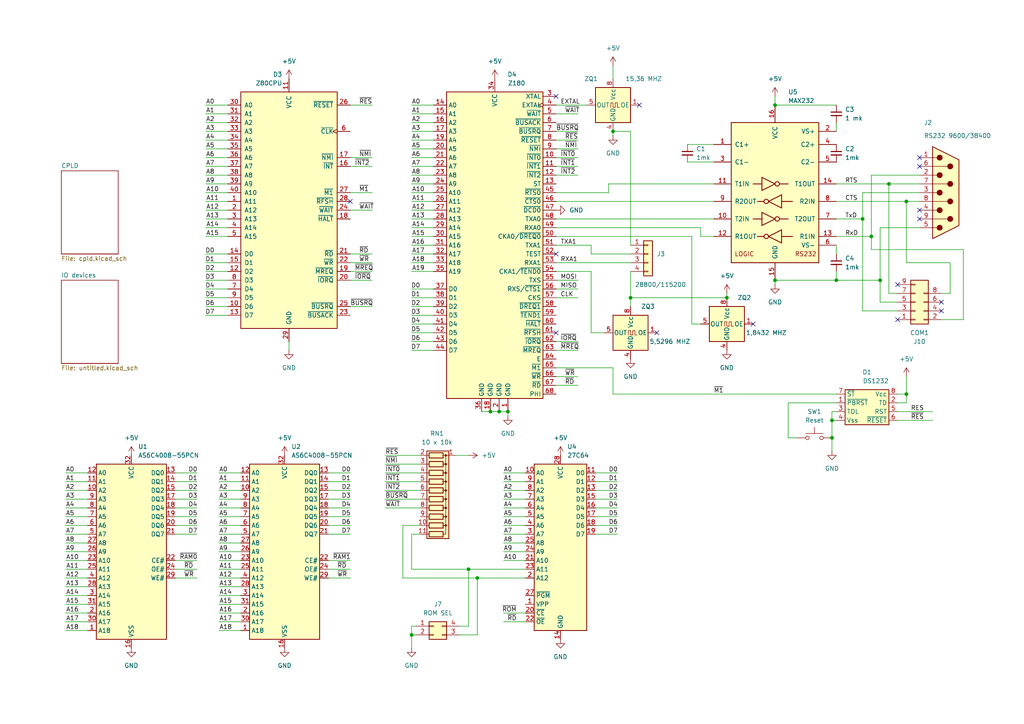
<source format=kicad_sch>
(kicad_sch (version 20230121) (generator eeschema)
  (paper "A4")
  (title_block (title "Orion-M") (date "2023-11-16") (comment 2 "Eugene Po"))
  (lib_symbols
    (symbol "CPU:Z180CPU"
      (property "Reference" "D4" (at 1.9559 34.29 0))
      (property "Value" "Z180" (at 0 0 0))
      (symbol "Z180CPU_1_1"
        (pin power_in line (at -3.81 -60.96 90) (length 3.81) (name "GND") (number "1"))
        (pin input line (at -17.78 12.7 0) (length 3.81) (name "~{INT0}") (number "10"))
        (pin input line (at -17.78 10.16 0) (length 3.81) (name "~{INT1}") (number "11"))
        (pin input line (at -17.78 7.62 0) (length 3.81) (name "~{INT2}") (number "12"))
        (pin output line (at -17.78 5.08 0) (length 3.81) (name "ST") (number "13"))
        (pin output line (at 17.78 27.94 180) (length 3.81) (name "A0") (number "14"))
        (pin output line (at 17.78 25.4 180) (length 3.81) (name "A1") (number "15"))
        (pin output line (at 17.78 22.86 180) (length 3.81) (name "A2") (number "16"))
        (pin output line (at 17.78 20.32 180) (length 3.81) (name "A3") (number "17"))
        (pin power_in line (at 1.27 -60.96 90) (length 3.81) (name "GND") (number "18"))
        (pin output line (at 17.78 17.78 180) (length 3.81) (name "A4") (number "19"))
        (pin power_in line (at -1.27 -60.96 90) (length 3.81) (name "GND") (number "2"))
        (pin output line (at 17.78 15.24 180) (length 3.81) (name "A5") (number "20"))
        (pin output line (at 17.78 12.7 180) (length 3.81) (name "A6") (number "21"))
        (pin output line (at 17.78 10.16 180) (length 3.81) (name "A7") (number "22"))
        (pin output line (at 17.78 7.62 180) (length 3.81) (name "A8") (number "23"))
        (pin output line (at 17.78 5.08 180) (length 3.81) (name "A9") (number "24"))
        (pin output line (at 17.78 2.54 180) (length 3.81) (name "A10") (number "25"))
        (pin output line (at 17.78 0 180) (length 3.81) (name "A11") (number "26"))
        (pin output line (at 17.78 -2.54 180) (length 3.81) (name "A12") (number "27"))
        (pin output line (at 17.78 -5.08 180) (length 3.81) (name "A13") (number "28"))
        (pin output line (at 17.78 -7.62 180) (length 3.81) (name "A14") (number "29"))
        (pin input line (at -17.78 30.48 0) (length 3.81) (name "XTAL") (number "3"))
        (pin output line (at 17.78 -10.16 180) (length 3.81) (name "A15") (number "30"))
        (pin output line (at 17.78 -12.7 180) (length 3.81) (name "A16") (number "31"))
        (pin output line (at 17.78 -15.24 180) (length 3.81) (name "A17") (number "32"))
        (pin output line (at 17.78 -17.78 180) (length 3.81) (name "A18") (number "33"))
        (pin power_in line (at 0 35.56 270) (length 3.81) (name "VCC") (number "34"))
        (pin output line (at 17.78 -20.32 180) (length 3.81) (name "A19") (number "35"))
        (pin power_in line (at 3.81 -60.96 90) (length 3.81) (name "GND") (number "36"))
        (pin bidirectional line (at 17.78 -25.4 180) (length 3.81) (name "D0") (number "37"))
        (pin bidirectional line (at 17.78 -27.94 180) (length 3.81) (name "D1") (number "38"))
        (pin bidirectional line (at 17.78 -30.48 180) (length 3.81) (name "D2") (number "39"))
        (pin input clock (at -17.78 27.94 0) (length 3.81) (name "EXTAL") (number "4"))
        (pin bidirectional line (at 17.78 -33.02 180) (length 3.81) (name "D3") (number "40"))
        (pin bidirectional line (at 17.78 -35.56 180) (length 3.81) (name "D4") (number "41"))
        (pin bidirectional line (at 17.78 -38.1 180) (length 3.81) (name "D5") (number "42"))
        (pin bidirectional line (at 17.78 -40.64 180) (length 3.81) (name "D6") (number "43"))
        (pin bidirectional line (at 17.78 -43.18 180) (length 3.81) (name "D7") (number "44"))
        (pin output line (at -17.78 2.54 0) (length 3.81) (name "~{RTS0}") (number "45"))
        (pin input line (at -17.78 0 0) (length 3.81) (name "~{CTS0}") (number "46"))
        (pin input line (at -17.78 -2.54 0) (length 3.81) (name "~{DCD0}") (number "47"))
        (pin output line (at -17.78 -5.08 0) (length 3.81) (name "TXA0") (number "48"))
        (pin input line (at -17.78 -7.62 0) (length 3.81) (name "RXA0") (number "49"))
        (pin input line (at -17.78 25.4 0) (length 3.81) (name "~{WAIT}") (number "5"))
        (pin input line (at -17.78 -10.16 0) (length 3.81) (name "CKA0/~{DREQ0}") (number "50"))
        (pin output line (at -17.78 -12.7 0) (length 3.81) (name "TXA1") (number "51"))
        (pin output line (at -17.78 -15.24 0) (length 3.81) (name "TEST") (number "52"))
        (pin input line (at -17.78 -17.78 0) (length 3.81) (name "RXA1") (number "53"))
        (pin input line (at -17.78 -20.32 0) (length 3.81) (name "CKA1/~{TEND0}") (number "54"))
        (pin output line (at -17.78 -22.86 0) (length 3.81) (name "TXS") (number "55"))
        (pin input line (at -17.78 -25.4 0) (length 3.81) (name "RXS/~{CTS1}") (number "56"))
        (pin bidirectional line (at -17.78 -27.94 0) (length 3.81) (name "CKS") (number "57"))
        (pin input line (at -17.78 -30.48 0) (length 3.81) (name "~{DREQ1}") (number "58"))
        (pin output line (at -17.78 -33.02 0) (length 3.81) (name "~{TEND1}") (number "59"))
        (pin output line (at -17.78 22.86 0) (length 3.81) (name "~{BUSACK}") (number "6"))
        (pin output line (at -17.78 -35.56 0) (length 3.81) (name "~{HALT}") (number "60"))
        (pin output line (at -17.78 -38.1 0) (length 3.81) (name "~{RFSH}") (number "61"))
        (pin output line (at -17.78 -40.64 0) (length 3.81) (name "~{IORQ}") (number "62"))
        (pin output line (at -17.78 -43.18 0) (length 3.81) (name "~{MREQ}") (number "63"))
        (pin output line (at -17.78 -45.72 0) (length 3.81) (name "E") (number "64"))
        (pin output line (at -17.78 -48.26 0) (length 3.81) (name "~{M1}") (number "65"))
        (pin output line (at -17.78 -50.8 0) (length 3.81) (name "~{WR}") (number "66"))
        (pin output line (at -17.78 -53.34 0) (length 3.81) (name "~{RD}") (number "67"))
        (pin output line (at -17.78 -55.88 0) (length 3.81) (name "PHI") (number "68"))
        (pin input line (at -17.78 20.32 0) (length 3.81) (name "~{BUSRQ}") (number "7"))
        (pin input line (at -17.78 17.78 0) (length 3.81) (name "~{RESET}") (number "8"))
        (pin input line (at -17.78 15.24 0) (length 3.81) (name "~{NMI}") (number "9"))
      )
    )
    (symbol "CPU:Z80CPU" (pin_names (offset 1.016))
      (property "Reference" "U" (at -13.97 35.56 0))
      (property "Value" "Z80CPU" (at 6.35 35.56 0))
      (symbol "Z80CPU_1_1"
        (pin output line (at 17.78 2.54 180) (length 3.81) (name "A11") (number "1"))
        (pin bidirectional line (at 17.78 -27.94 180) (length 3.81) (name "D6") (number "10"))
        (pin power_in line (at 0 38.1 270) (length 3.81) (name "VCC") (number "11"))
        (pin bidirectional line (at 17.78 -17.78 180) (length 3.81) (name "D2") (number "12"))
        (pin bidirectional line (at 17.78 -30.48 180) (length 3.81) (name "D7") (number "13"))
        (pin bidirectional line (at 17.78 -12.7 180) (length 3.81) (name "D0") (number "14"))
        (pin bidirectional line (at 17.78 -15.24 180) (length 3.81) (name "D1") (number "15"))
        (pin input line (at -17.78 12.7 0) (length 3.81) (name "~{INT}") (number "16"))
        (pin input line (at -17.78 15.24 0) (length 3.81) (name "~{NMI}") (number "17"))
        (pin output line (at -17.78 -2.54 0) (length 3.81) (name "~{HALT}") (number "18"))
        (pin output line (at -17.78 -17.78 0) (length 3.81) (name "~{MREQ}") (number "19"))
        (pin output line (at 17.78 0 180) (length 3.81) (name "A12") (number "2"))
        (pin output line (at -17.78 -20.32 0) (length 3.81) (name "~{IORQ}") (number "20"))
        (pin output line (at -17.78 -12.7 0) (length 3.81) (name "~{RD}") (number "21"))
        (pin output line (at -17.78 -15.24 0) (length 3.81) (name "~{WR}") (number "22"))
        (pin output line (at -17.78 -30.48 0) (length 3.81) (name "~{BUSACK}") (number "23"))
        (pin input line (at -17.78 0 0) (length 3.81) (name "~{WAIT}") (number "24"))
        (pin input line (at -17.78 -27.94 0) (length 3.81) (name "~{BUSRQ}") (number "25"))
        (pin input line (at -17.78 30.48 0) (length 3.81) (name "~{RESET}") (number "26"))
        (pin output line (at -17.78 5.08 0) (length 3.81) (name "~{M1}") (number "27"))
        (pin output line (at -17.78 2.54 0) (length 3.81) (name "~{RFSH}") (number "28"))
        (pin power_in line (at 0 -38.1 90) (length 3.81) (name "GND") (number "29"))
        (pin output line (at 17.78 -2.54 180) (length 3.81) (name "A13") (number "3"))
        (pin output line (at 17.78 30.48 180) (length 3.81) (name "A0") (number "30"))
        (pin output line (at 17.78 27.94 180) (length 3.81) (name "A1") (number "31"))
        (pin output line (at 17.78 25.4 180) (length 3.81) (name "A2") (number "32"))
        (pin output line (at 17.78 22.86 180) (length 3.81) (name "A3") (number "33"))
        (pin output line (at 17.78 20.32 180) (length 3.81) (name "A4") (number "34"))
        (pin output line (at 17.78 17.78 180) (length 3.81) (name "A5") (number "35"))
        (pin output line (at 17.78 15.24 180) (length 3.81) (name "A6") (number "36"))
        (pin output line (at 17.78 12.7 180) (length 3.81) (name "A7") (number "37"))
        (pin output line (at 17.78 10.16 180) (length 3.81) (name "A8") (number "38"))
        (pin output line (at 17.78 7.62 180) (length 3.81) (name "A9") (number "39"))
        (pin output line (at 17.78 -5.08 180) (length 3.81) (name "A14") (number "4"))
        (pin output line (at 17.78 5.08 180) (length 3.81) (name "A10") (number "40"))
        (pin output line (at 17.78 -7.62 180) (length 3.81) (name "A15") (number "5"))
        (pin input clock (at -17.78 22.86 0) (length 3.81) (name "~{CLK}") (number "6"))
        (pin bidirectional line (at 17.78 -22.86 180) (length 3.81) (name "D4") (number "7"))
        (pin bidirectional line (at 17.78 -20.32 180) (length 3.81) (name "D3") (number "8"))
        (pin bidirectional line (at 17.78 -25.4 180) (length 3.81) (name "D5") (number "9"))
      )
    )
    (symbol "Connector:DE9_Plug" (pin_names (offset 1.016) hide)
      (property "Reference" "J" (at 0 13.97 0))
      (property "Value" "DE9_Plug" (at 0 -14.605 0))
      (symbol "DE9_Plug_1_1"
        (pin passive line (at -7.62 -10.16 0) (length 3.81) (name "1") (number "1"))
        (pin passive line (at -7.62 -5.08 0) (length 3.81) (name "2") (number "2"))
        (pin passive line (at -7.62 0 0) (length 3.81) (name "3") (number "3"))
        (pin passive line (at -7.62 5.08 0) (length 3.81) (name "4") (number "4"))
        (pin passive line (at -7.62 10.16 0) (length 3.81) (name "5") (number "5"))
        (pin passive line (at -7.62 -7.62 0) (length 3.81) (name "6") (number "6"))
        (pin passive line (at -7.62 -2.54 0) (length 3.81) (name "7") (number "7"))
        (pin passive line (at -7.62 2.54 0) (length 3.81) (name "8") (number "8"))
        (pin passive line (at -7.62 7.62 0) (length 3.81) (name "9") (number "9"))
      )
    )
    (symbol "Connector_Generic:Conn_01x04" (pin_names (offset 1.016) hide)
      (property "Reference" "J" (at 0 5.08 0))
      (property "Value" "Conn_01x04" (at 0 -7.62 0))
      (symbol "Conn_01x04_1_1"
        (pin passive line (at -5.08 2.54 0) (length 3.81) (name "Pin_1") (number "1"))
        (pin passive line (at -5.08 0 0) (length 3.81) (name "Pin_2") (number "2"))
        (pin passive line (at -5.08 -2.54 0) (length 3.81) (name "Pin_3") (number "3"))
        (pin passive line (at -5.08 -5.08 0) (length 3.81) (name "Pin_4") (number "4"))
      )
    )
    (symbol "Connector_Generic:Conn_02x02_Counter_Clockwise" (pin_names (offset 1.016) hide)
      (property "Reference" "J" (at 1.27 2.54 0))
      (property "Value" "Conn_02x02_Counter_Clockwise" (at 1.27 -5.08 0))
      (symbol "Conn_02x02_Counter_Clockwise_1_1"
        (pin passive line (at -5.08 0 0) (length 3.81) (name "Pin_1") (number "1"))
        (pin passive line (at -5.08 -2.54 0) (length 3.81) (name "Pin_2") (number "2"))
        (pin passive line (at 7.62 -2.54 180) (length 3.81) (name "Pin_3") (number "3"))
        (pin passive line (at 7.62 0 180) (length 3.81) (name "Pin_4") (number "4"))
      )
    )
    (symbol "Connector_Generic:Conn_02x05_Odd_Even" (pin_names (offset 1.016) hide)
      (property "Reference" "J10" (at 1.27 11.43 0))
      (property "Value" "Conn_02x05_Odd_Even" (at 1.27 8.89 0))
      (symbol "Conn_02x05_Odd_Even_1_1"
        (pin passive line (at -5.08 5.08 0) (length 3.81) (name "Pin_1") (number "1"))
        (pin passive line (at 7.62 5.08 180) (length 3.81) (name "Pin_2") (number "2"))
        (pin passive line (at -5.08 2.54 0) (length 3.81) (name "Pin_3") (number "3"))
        (pin passive line (at 7.62 2.54 180) (length 3.81) (name "Pin_4") (number "4"))
        (pin passive line (at -5.08 0 0) (length 3.81) (name "Pin_5") (number "5"))
        (pin passive line (at 7.62 0 180) (length 3.81) (name "Pin_6") (number "6"))
        (pin passive line (at -5.08 -2.54 0) (length 3.81) (name "Pin_7") (number "7"))
        (pin passive line (at 7.62 -2.54 180) (length 3.81) (name "Pin_8") (number "8"))
        (pin passive line (at -5.08 -5.08 0) (length 3.81) (name "Pin_9") (number "9"))
      )
    )
    (symbol "Device:C_Small" (pin_numbers hide) (pin_names (offset 0.254) hide)
      (property "Reference" "C" (at 0.254 1.778 0))
      (property "Value" "C_Small" (at 0.254 -2.032 0))
      (symbol "C_Small_1_1"
        (pin passive line (at 0 2.54 270) (length 2.032) (name "~") (number "1"))
        (pin passive line (at 0 -2.54 90) (length 2.032) (name "~") (number "2"))
      )
    )
    (symbol "Device:R_Network10" (pin_names (offset 0) hide)
      (property "Reference" "RN" (at -15.24 0 90))
      (property "Value" "R_Network10" (at 12.7 0 90))
      (symbol "R_Network10_1_1"
        (pin passive line (at -12.7 5.08 270) (length 2.54) (name "common") (number "1"))
        (pin passive line (at 7.62 -5.08 90) (length 1.27) (name "R9") (number "10"))
        (pin passive line (at 10.16 -5.08 90) (length 1.27) (name "R10") (number "11"))
        (pin passive line (at -12.7 -5.08 90) (length 1.27) (name "R1") (number "2"))
        (pin passive line (at -10.16 -5.08 90) (length 1.27) (name "R2") (number "3"))
        (pin passive line (at -7.62 -5.08 90) (length 1.27) (name "R3") (number "4"))
        (pin passive line (at -5.08 -5.08 90) (length 1.27) (name "R4") (number "5"))
        (pin passive line (at -2.54 -5.08 90) (length 1.27) (name "R5") (number "6"))
        (pin passive line (at 0 -5.08 90) (length 1.27) (name "R6") (number "7"))
        (pin passive line (at 2.54 -5.08 90) (length 1.27) (name "R7") (number "8"))
        (pin passive line (at 5.08 -5.08 90) (length 1.27) (name "R8") (number "9"))
      )
    )
    (symbol "Interface_UART:MAX232" (pin_names (offset 1.016))
      (property "Reference" "U5" (at 3.81 24.13 0))
      (property "Value" "MAX232" (at 3.81 21.59 0))
      (symbol "MAX232_0_0"
        (text "LOGIC" (at -8.89 -22.86 0) (effects (font (size 1.27 1.27))))
        (text "RS232" (at 8.89 -22.86 0) (effects (font (size 1.27 1.27))))
      )
      (symbol "MAX232_1_1"
        (pin passive line (at -17.78 8.89 0) (length 5.08) (name "C1+") (number "1"))
        (pin input line (at -17.78 -12.7 0) (length 5.08) (name "T2IN") (number "10"))
        (pin input line (at -17.78 -2.54 0) (length 5.08) (name "T1IN") (number "11"))
        (pin output line (at -17.78 -17.78 0) (length 5.08) (name "R1OUT") (number "12"))
        (pin input line (at 17.78 -17.78 180) (length 5.08) (name "R1IN") (number "13"))
        (pin output line (at 17.78 -2.54 180) (length 5.08) (name "T1OUT") (number "14"))
        (pin power_in line (at 0 -30.48 90) (length 5.08) (name "GND") (number "15"))
        (pin power_in line (at 0 20.32 270) (length 5.08) (name "VCC") (number "16"))
        (pin power_out line (at 17.78 12.7 180) (length 5.08) (name "VS+") (number "2"))
        (pin passive line (at -17.78 3.81 0) (length 5.08) (name "C1-") (number "3"))
        (pin passive line (at 17.78 8.89 180) (length 5.08) (name "C2+") (number "4"))
        (pin passive line (at 17.78 3.81 180) (length 5.08) (name "C2-") (number "5"))
        (pin power_out line (at 17.78 -20.32 180) (length 5.08) (name "VS-") (number "6"))
        (pin output line (at 17.78 -12.7 180) (length 5.08) (name "T2OUT") (number "7"))
        (pin input line (at 17.78 -7.62 180) (length 5.08) (name "R2IN") (number "8"))
        (pin output line (at -17.78 -7.62 0) (length 5.08) (name "R2OUT") (number "9"))
      )
    )
    (symbol "Memory_EPROM:27C64"
      (property "Reference" "U" (at -6.35 25.4 0))
      (property "Value" "27C64" (at 3.81 24.13 0))
      (symbol "27C64_1_1"
        (pin input line (at -10.16 -20.32 0) (length 2.54) (name "VPP") (number "1"))
        (pin input line (at -10.16 17.78 0) (length 2.54) (name "A0") (number "10"))
        (pin tri_state line (at 10.16 17.78 180) (length 2.54) (name "D0") (number "11"))
        (pin tri_state line (at 10.16 15.24 180) (length 2.54) (name "D1") (number "12"))
        (pin tri_state line (at 10.16 12.7 180) (length 2.54) (name "D2") (number "13"))
        (pin power_in line (at 0 -30.48 90) (length 2.54) (name "GND") (number "14"))
        (pin tri_state line (at 10.16 10.16 180) (length 2.54) (name "D3") (number "15"))
        (pin tri_state line (at 10.16 7.62 180) (length 2.54) (name "D4") (number "16"))
        (pin tri_state line (at 10.16 5.08 180) (length 2.54) (name "D5") (number "17"))
        (pin tri_state line (at 10.16 2.54 180) (length 2.54) (name "D6") (number "18"))
        (pin tri_state line (at 10.16 0 180) (length 2.54) (name "D7") (number "19"))
        (pin input line (at -10.16 -12.7 0) (length 2.54) (name "A12") (number "2"))
        (pin input line (at -10.16 -22.86 0) (length 2.54) (name "~{CE}") (number "20"))
        (pin input line (at -10.16 -7.62 0) (length 2.54) (name "A10") (number "21"))
        (pin input line (at -10.16 -25.4 0) (length 2.54) (name "~{OE}") (number "22"))
        (pin input line (at -10.16 -10.16 0) (length 2.54) (name "A11") (number "23"))
        (pin input line (at -10.16 -5.08 0) (length 2.54) (name "A9") (number "24"))
        (pin input line (at -10.16 -2.54 0) (length 2.54) (name "A8") (number "25"))
        (pin no_connect line (at 7.62 -2.54 180) (length 2.54) hide (name "NC") (number "26"))
        (pin input line (at -10.16 -17.78 0) (length 2.54) (name "~{PGM}") (number "27"))
        (pin power_in line (at 0 22.86 270) (length 2.54) (name "VCC") (number "28"))
        (pin input line (at -10.16 0 0) (length 2.54) (name "A7") (number "3"))
        (pin input line (at -10.16 2.54 0) (length 2.54) (name "A6") (number "4"))
        (pin input line (at -10.16 5.08 0) (length 2.54) (name "A5") (number "5"))
        (pin input line (at -10.16 7.62 0) (length 2.54) (name "A4") (number "6"))
        (pin input line (at -10.16 10.16 0) (length 2.54) (name "A3") (number "7"))
        (pin input line (at -10.16 12.7 0) (length 2.54) (name "A2") (number "8"))
        (pin input line (at -10.16 15.24 0) (length 2.54) (name "A1") (number "9"))
      )
    )
    (symbol "Memory_RAM:AS6C4008-55PCN"
      (property "Reference" "U" (at -10.16 26.035 0))
      (property "Value" "AS6C4008-55PCN" (at 2.54 26.035 0))
      (symbol "AS6C4008-55PCN_0_0"
        (pin power_in line (at 0 -27.94 90) (length 2.54) (name "VSS") (number "16"))
        (pin power_in line (at 0 27.94 270) (length 2.54) (name "VCC") (number "32"))
      )
      (symbol "AS6C4008-55PCN_1_1"
        (pin input line (at -12.7 -22.86 0) (length 2.54) (name "A18") (number "1"))
        (pin input line (at -12.7 17.78 0) (length 2.54) (name "A2") (number "10"))
        (pin input line (at -12.7 20.32 0) (length 2.54) (name "A1") (number "11"))
        (pin input line (at -12.7 22.86 0) (length 2.54) (name "A0") (number "12"))
        (pin tri_state line (at 12.7 22.86 180) (length 2.54) (name "DQ0") (number "13"))
        (pin tri_state line (at 12.7 20.32 180) (length 2.54) (name "DQ1") (number "14"))
        (pin tri_state line (at 12.7 17.78 180) (length 2.54) (name "DQ2") (number "15"))
        (pin tri_state line (at 12.7 15.24 180) (length 2.54) (name "DQ3") (number "17"))
        (pin tri_state line (at 12.7 12.7 180) (length 2.54) (name "DQ4") (number "18"))
        (pin tri_state line (at 12.7 10.16 180) (length 2.54) (name "DQ5") (number "19"))
        (pin input line (at -12.7 -17.78 0) (length 2.54) (name "A16") (number "2"))
        (pin tri_state line (at 12.7 7.62 180) (length 2.54) (name "DQ6") (number "20"))
        (pin tri_state line (at 12.7 5.08 180) (length 2.54) (name "DQ7") (number "21"))
        (pin input line (at 12.7 -2.54 180) (length 2.54) (name "CE#") (number "22"))
        (pin input line (at -12.7 -2.54 0) (length 2.54) (name "A10") (number "23"))
        (pin input line (at 12.7 -5.08 180) (length 2.54) (name "OE#") (number "24"))
        (pin input line (at -12.7 -5.08 0) (length 2.54) (name "A11") (number "25"))
        (pin input line (at -12.7 0 0) (length 2.54) (name "A9") (number "26"))
        (pin input line (at -12.7 2.54 0) (length 2.54) (name "A8") (number "27"))
        (pin input line (at -12.7 -10.16 0) (length 2.54) (name "A13") (number "28"))
        (pin input line (at 12.7 -7.62 180) (length 2.54) (name "WE#") (number "29"))
        (pin input line (at -12.7 -12.7 0) (length 2.54) (name "A14") (number "3"))
        (pin input line (at -12.7 -20.32 0) (length 2.54) (name "A17") (number "30"))
        (pin input line (at -12.7 -15.24 0) (length 2.54) (name "A15") (number "31"))
        (pin input line (at -12.7 -7.62 0) (length 2.54) (name "A12") (number "4"))
        (pin input line (at -12.7 5.08 0) (length 2.54) (name "A7") (number "5"))
        (pin input line (at -12.7 7.62 0) (length 2.54) (name "A6") (number "6"))
        (pin input line (at -12.7 10.16 0) (length 2.54) (name "A5") (number "7"))
        (pin input line (at -12.7 12.7 0) (length 2.54) (name "A4") (number "8"))
        (pin input line (at -12.7 15.24 0) (length 2.54) (name "A3") (number "9"))
      )
    )
    (symbol "Oscillator:SG-8002DC" (pin_names (offset 0.254))
      (property "Reference" "X" (at -5.08 6.35 0))
      (property "Value" "SG-8002DC" (at 1.27 -6.35 0))
      (symbol "SG-8002DC_1_1"
        (pin input line (at -7.62 0 0) (length 2.54) (name "OE") (number "1"))
        (pin power_in line (at 0 -7.62 90) (length 2.54) (name "GND") (number "4"))
        (pin output line (at 7.62 0 180) (length 2.54) (name "OUT") (number "5"))
        (pin power_in line (at 0 7.62 270) (length 2.54) (name "Vcc") (number "8"))
      )
    )
    (symbol "Switch:SW_Push" (pin_numbers hide) (pin_names (offset 1.016) hide)
      (property "Reference" "SW" (at 1.27 2.54 0))
      (property "Value" "SW_Push" (at 0 -1.524 0))
      (symbol "SW_Push_0_1"
        (pin passive line (at -5.08 0 0) (length 2.54) (name "1") (number "1"))
        (pin passive line (at 5.08 0 180) (length 2.54) (name "2") (number "2"))
      )
    )
    (symbol "efu_Library:DS1232"
      (property "Reference" "D1" (at 0 10.16 0))
      (property "Value" "DS1232" (at 2.54 7.62 0))
      (symbol "DS1232_1_1"
        (pin input line (at -8.89 1.27 0) (length 2.54) (name "~{PBRST}") (number "1"))
        (pin output line (at 8.89 1.27 180) (length 2.54) (name "TD") (number "2"))
        (pin input line (at -8.89 -1.27 0) (length 2.54) (name "TOL") (number "3"))
        (pin power_out line (at -8.89 -3.81 0) (length 2.54) (name "Vss") (number "4"))
        (pin output line (at 8.89 -1.27 180) (length 2.54) (name "RST") (number "5"))
        (pin output line (at 8.89 -3.81 180) (length 2.54) (name "~{RESET}") (number "6"))
        (pin input line (at -8.89 3.81 0) (length 2.54) (name "~{ST}") (number "7"))
        (pin power_in line (at 8.89 3.81 180) (length 2.54) (name "Vcc") (number "8"))
      )
    )
    (symbol "power:+5V" (power) (pin_names (offset 0))
      (property "Value" "+5V" (at 0 3.556 0))
      (symbol "+5V_1_1"
        (pin power_in line (at 0 0 90) (length 0) hide (name "+5V") (number "1"))
      )
    )
    (symbol "power:GND" (power) (pin_names (offset 0))
      (property "Value" "GND" (at 0 -3.81 0))
      (symbol "GND_1_1"
        (pin power_in line (at 0 0 270) (length 0) hide (name "GND") (number "1"))
      )
    )
  )
  (junction (at 250.19 63.5))
  (junction (at 262.89 114.3))
  (junction (at 142.24 119.38))
  (junction (at 138.43 167.64))
  (junction (at 144.78 119.38))
  (junction (at 224.79 81.28))
  (junction (at 241.3 121.92))
  (junction (at 135.89 165.1))
  (junction (at 182.88 86.36))
  (junction (at 262.89 58.42))
  (junction (at 147.32 119.38))
  (junction (at 242.57 81.28))
  (junction (at 241.3 127))
  (junction (at 177.8 38.1))
  (junction (at 255.27 81.28))
  (junction (at 257.81 53.34))
  (junction (at 252.73 68.58))
  (junction (at 224.79 30.48))
  (junction (at 210.82 86.36))
  (junction (at 119.38 184.15))
  (no_connect (at 218.44 93.98))
  (no_connect (at 190.5 96.52))
  (no_connect (at 161.29 96.52))
  (no_connect (at 185.42 30.48))
  (no_connect (at 161.29 73.66))
  (no_connect (at 266.7 60.96))
  (no_connect (at 273.05 90.17))
  (no_connect (at 273.05 87.63))
  (no_connect (at 161.29 27.94))
  (no_connect (at 266.7 63.5))
  (no_connect (at 266.7 45.72))
  (no_connect (at 260.35 92.71))
  (no_connect (at 260.35 82.55))
  (no_connect (at 101.6 58.42))
  (no_connect (at 266.7 48.26))
  (wire (pts (xy 242.57 71.12) (xy 242.57 73.66)))
  (wire (pts (xy 228.6 116.84) (xy 228.6 127)))
  (wire (pts (xy 266.7 66.04) (xy 255.27 66.04)))
  (wire (pts (xy 177.8 106.68) (xy 161.29 106.68)))
  (wire (pts (xy 66.04 76.2) (xy 59.69 76.2)))
  (wire (pts (xy 95.25 137.16) (xy 101.6 137.16)))
  (wire (pts (xy 199.39 46.99) (xy 207.01 46.99)))
  (wire (pts (xy 125.73 48.26) (xy 119.38 48.26)))
  (wire (pts (xy 95.25 154.94) (xy 101.6 154.94)))
  (wire (pts (xy 101.6 48.26) (xy 107.95 48.26)))
  (wire (pts (xy 171.45 78.74) (xy 161.29 78.74)))
  (wire (pts (xy 161.29 38.1) (xy 167.64 38.1)))
  (wire (pts (xy 242.57 53.34) (xy 257.81 53.34)))
  (wire (pts (xy 125.73 45.72) (xy 119.38 45.72)))
  (wire (pts (xy 50.8 154.94) (xy 57.15 154.94)))
  (wire (pts (xy 273.05 85.09) (xy 275.59 85.09)))
  (wire (pts (xy 111.76 137.16) (xy 121.92 137.16)))
  (wire (pts (xy 138.43 167.64) (xy 138.43 184.15)))
  (wire (pts (xy 69.85 149.86) (xy 63.5 149.86)))
  (wire (pts (xy 133.35 181.61) (xy 135.89 181.61)))
  (wire (pts (xy 279.4 72.39) (xy 252.73 72.39)))
  (wire (pts (xy 125.73 68.58) (xy 119.38 68.58)))
  (wire (pts (xy 69.85 147.32) (xy 63.5 147.32)))
  (wire (pts (xy 203.2 93.98) (xy 200.66 93.98)))
  (wire (pts (xy 161.29 45.72) (xy 167.64 45.72)))
  (wire (pts (xy 138.43 184.15) (xy 133.35 184.15)))
  (wire (pts (xy 161.29 68.58) (xy 200.66 68.58)))
  (wire (pts (xy 152.4 160.02) (xy 146.05 160.02)))
  (wire (pts (xy 101.6 30.48) (xy 107.95 30.48)))
  (wire (pts (xy 66.04 45.72) (xy 59.69 45.72)))
  (wire (pts (xy 66.04 38.1) (xy 59.69 38.1)))
  (wire (pts (xy 242.57 68.58) (xy 252.73 68.58)))
  (wire (pts (xy 69.85 175.26) (xy 63.5 175.26)))
  (wire (pts (xy 182.88 78.74) (xy 182.88 86.36)))
  (wire (pts (xy 147.32 119.38) (xy 144.78 119.38)))
  (wire (pts (xy 152.4 149.86) (xy 146.05 149.86)))
  (wire (pts (xy 125.73 43.18) (xy 119.38 43.18)))
  (wire (pts (xy 66.04 40.64) (xy 59.69 40.64)))
  (wire (pts (xy 142.24 119.38) (xy 139.7 119.38)))
  (wire (pts (xy 101.6 60.96) (xy 107.95 60.96)))
  (wire (pts (xy 241.3 130.81) (xy 241.3 127)))
  (wire (pts (xy 260.35 116.84) (xy 262.89 116.84)))
  (wire (pts (xy 172.72 142.24) (xy 179.07 142.24)))
  (wire (pts (xy 177.8 19.05) (xy 177.8 22.86)))
  (wire (pts (xy 161.29 83.82) (xy 167.64 83.82)))
  (wire (pts (xy 125.73 88.9) (xy 119.38 88.9)))
  (wire (pts (xy 119.38 184.15) (xy 119.38 181.61)))
  (wire (pts (xy 25.4 152.4) (xy 19.05 152.4)))
  (wire (pts (xy 147.32 120.65) (xy 147.32 119.38)))
  (wire (pts (xy 25.4 154.94) (xy 19.05 154.94)))
  (wire (pts (xy 66.04 58.42) (xy 59.69 58.42)))
  (wire (pts (xy 119.38 187.96) (xy 119.38 184.15)))
  (wire (pts (xy 66.04 50.8) (xy 59.69 50.8)))
  (wire (pts (xy 260.35 85.09) (xy 257.81 85.09)))
  (wire (pts (xy 125.73 38.1) (xy 119.38 38.1)))
  (wire (pts (xy 66.04 53.34) (xy 59.69 53.34)))
  (wire (pts (xy 177.8 114.3) (xy 177.8 106.68)))
  (wire (pts (xy 66.04 78.74) (xy 59.69 78.74)))
  (wire (pts (xy 262.89 114.3) (xy 260.35 114.3)))
  (wire (pts (xy 95.25 162.56) (xy 101.6 162.56)))
  (wire (pts (xy 25.4 139.7) (xy 19.05 139.7)))
  (wire (pts (xy 125.73 83.82) (xy 119.38 83.82)))
  (wire (pts (xy 25.4 172.72) (xy 19.05 172.72)))
  (wire (pts (xy 172.72 149.86) (xy 179.07 149.86)))
  (wire (pts (xy 119.38 165.1) (xy 119.38 154.94)))
  (wire (pts (xy 242.57 119.38) (xy 241.3 119.38)))
  (wire (pts (xy 69.85 139.7) (xy 63.5 139.7)))
  (wire (pts (xy 25.4 157.48) (xy 19.05 157.48)))
  (wire (pts (xy 152.4 167.64) (xy 138.43 167.64)))
  (wire (pts (xy 111.76 134.62) (xy 121.92 134.62)))
  (wire (pts (xy 152.4 152.4) (xy 146.05 152.4)))
  (wire (pts (xy 257.81 53.34) (xy 266.7 53.34)))
  (wire (pts (xy 66.04 91.44) (xy 59.69 91.44)))
  (wire (pts (xy 119.38 181.61) (xy 120.65 181.61)))
  (wire (pts (xy 125.73 73.66) (xy 119.38 73.66)))
  (wire (pts (xy 125.73 33.02) (xy 119.38 33.02)))
  (wire (pts (xy 152.4 180.34) (xy 146.05 180.34)))
  (wire (pts (xy 66.04 68.58) (xy 59.69 68.58)))
  (wire (pts (xy 125.73 101.6) (xy 119.38 101.6)))
  (wire (pts (xy 161.29 58.42) (xy 207.01 58.42)))
  (wire (pts (xy 66.04 35.56) (xy 59.69 35.56)))
  (wire (pts (xy 182.88 71.12) (xy 182.88 38.1)))
  (wire (pts (xy 242.57 63.5) (xy 250.19 63.5)))
  (wire (pts (xy 50.8 144.78) (xy 57.15 144.78)))
  (wire (pts (xy 273.05 92.71) (xy 279.4 92.71)))
  (wire (pts (xy 146.05 177.8) (xy 152.4 177.8)))
  (wire (pts (xy 119.38 154.94) (xy 121.92 154.94)))
  (wire (pts (xy 252.73 50.8) (xy 266.7 50.8)))
  (wire (pts (xy 66.04 88.9) (xy 59.69 88.9)))
  (wire (pts (xy 25.4 177.8) (xy 19.05 177.8)))
  (wire (pts (xy 200.66 68.58) (xy 200.66 93.98)))
  (wire (pts (xy 260.35 119.38) (xy 270.51 119.38)))
  (wire (pts (xy 171.45 71.12) (xy 171.45 73.66)))
  (wire (pts (xy 172.72 147.32) (xy 179.07 147.32)))
  (wire (pts (xy 182.88 86.36) (xy 182.88 88.9)))
  (wire (pts (xy 262.89 58.42) (xy 266.7 58.42)))
  (wire (pts (xy 177.8 38.1) (xy 182.88 38.1)))
  (wire (pts (xy 152.4 139.7) (xy 146.05 139.7)))
  (wire (pts (xy 135.89 165.1) (xy 119.38 165.1)))
  (wire (pts (xy 260.35 90.17) (xy 250.19 90.17)))
  (wire (pts (xy 250.19 63.5) (xy 250.19 55.88)))
  (wire (pts (xy 125.73 60.96) (xy 119.38 60.96)))
  (wire (pts (xy 161.29 99.06) (xy 167.64 99.06)))
  (wire (pts (xy 50.8 149.86) (xy 57.15 149.86)))
  (wire (pts (xy 224.79 82.55) (xy 224.79 81.28)))
  (wire (pts (xy 25.4 182.88) (xy 19.05 182.88)))
  (wire (pts (xy 111.76 132.08) (xy 121.92 132.08)))
  (wire (pts (xy 161.29 101.6) (xy 167.64 101.6)))
  (wire (pts (xy 250.19 90.17) (xy 250.19 63.5)))
  (wire (pts (xy 199.39 41.91) (xy 207.01 41.91)))
  (wire (pts (xy 250.19 55.88) (xy 266.7 55.88)))
  (wire (pts (xy 161.29 86.36) (xy 167.64 86.36)))
  (wire (pts (xy 25.4 170.18) (xy 19.05 170.18)))
  (wire (pts (xy 50.8 167.64) (xy 57.15 167.64)))
  (wire (pts (xy 25.4 162.56) (xy 19.05 162.56)))
  (wire (pts (xy 69.85 162.56) (xy 63.5 162.56)))
  (wire (pts (xy 25.4 137.16) (xy 19.05 137.16)))
  (wire (pts (xy 69.85 157.48) (xy 63.5 157.48)))
  (wire (pts (xy 125.73 40.64) (xy 119.38 40.64)))
  (wire (pts (xy 101.6 73.66) (xy 107.95 73.66)))
  (wire (pts (xy 50.8 162.56) (xy 57.15 162.56)))
  (wire (pts (xy 242.57 35.56) (xy 242.57 38.1)))
  (wire (pts (xy 69.85 152.4) (xy 63.5 152.4)))
  (wire (pts (xy 25.4 142.24) (xy 19.05 142.24)))
  (wire (pts (xy 95.25 165.1) (xy 101.6 165.1)))
  (wire (pts (xy 69.85 167.64) (xy 63.5 167.64)))
  (wire (pts (xy 172.72 144.78) (xy 179.07 144.78)))
  (wire (pts (xy 69.85 180.34) (xy 63.5 180.34)))
  (wire (pts (xy 203.2 68.58) (xy 207.01 68.58)))
  (wire (pts (xy 69.85 172.72) (xy 63.5 172.72)))
  (wire (pts (xy 161.29 76.2) (xy 182.88 76.2)))
  (wire (pts (xy 262.89 109.22) (xy 262.89 114.3)))
  (wire (pts (xy 152.4 137.16) (xy 146.05 137.16)))
  (wire (pts (xy 95.25 152.4) (xy 101.6 152.4)))
  (wire (pts (xy 25.4 180.34) (xy 19.05 180.34)))
  (wire (pts (xy 161.29 43.18) (xy 167.64 43.18)))
  (wire (pts (xy 125.73 30.48) (xy 119.38 30.48)))
  (wire (pts (xy 111.76 144.78) (xy 121.92 144.78)))
  (wire (pts (xy 241.3 127) (xy 241.3 121.92)))
  (wire (pts (xy 119.38 184.15) (xy 120.65 184.15)))
  (wire (pts (xy 171.45 73.66) (xy 182.88 73.66)))
  (wire (pts (xy 101.6 81.28) (xy 107.95 81.28)))
  (wire (pts (xy 66.04 66.04) (xy 59.69 66.04)))
  (wire (pts (xy 25.4 160.02) (xy 19.05 160.02)))
  (wire (pts (xy 66.04 33.02) (xy 59.69 33.02)))
  (wire (pts (xy 255.27 66.04) (xy 255.27 81.28)))
  (wire (pts (xy 95.25 142.24) (xy 101.6 142.24)))
  (wire (pts (xy 25.4 167.64) (xy 19.05 167.64)))
  (wire (pts (xy 275.59 85.09) (xy 275.59 76.2)))
  (wire (pts (xy 172.72 154.94) (xy 179.07 154.94)))
  (wire (pts (xy 101.6 55.88) (xy 107.95 55.88)))
  (wire (pts (xy 66.04 60.96) (xy 59.69 60.96)))
  (wire (pts (xy 69.85 160.02) (xy 63.5 160.02)))
  (wire (pts (xy 69.85 142.24) (xy 63.5 142.24)))
  (wire (pts (xy 228.6 127) (xy 231.14 127)))
  (wire (pts (xy 83.82 101.6) (xy 83.82 99.06)))
  (wire (pts (xy 101.6 76.2) (xy 107.95 76.2)))
  (wire (pts (xy 144.78 119.38) (xy 142.24 119.38)))
  (wire (pts (xy 50.8 147.32) (xy 57.15 147.32)))
  (wire (pts (xy 172.72 152.4) (xy 179.07 152.4)))
  (wire (pts (xy 69.85 170.18) (xy 63.5 170.18)))
  (wire (pts (xy 252.73 68.58) (xy 252.73 50.8)))
  (wire (pts (xy 69.85 144.78) (xy 63.5 144.78)))
  (wire (pts (xy 111.76 142.24) (xy 121.92 142.24)))
  (wire (pts (xy 182.88 86.36) (xy 210.82 86.36)))
  (wire (pts (xy 101.6 45.72) (xy 107.95 45.72)))
  (wire (pts (xy 50.8 152.4) (xy 57.15 152.4)))
  (wire (pts (xy 101.6 88.9) (xy 107.95 88.9)))
  (wire (pts (xy 66.04 43.18) (xy 59.69 43.18)))
  (wire (pts (xy 50.8 137.16) (xy 57.15 137.16)))
  (wire (pts (xy 116.84 167.64) (xy 116.84 152.4)))
  (wire (pts (xy 161.29 48.26) (xy 167.64 48.26)))
  (wire (pts (xy 69.85 154.94) (xy 63.5 154.94)))
  (wire (pts (xy 152.4 154.94) (xy 146.05 154.94)))
  (wire (pts (xy 161.29 81.28) (xy 167.64 81.28)))
  (wire (pts (xy 25.4 175.26) (xy 19.05 175.26)))
  (wire (pts (xy 241.3 119.38) (xy 241.3 121.92)))
  (wire (pts (xy 125.73 55.88) (xy 119.38 55.88)))
  (wire (pts (xy 66.04 63.5) (xy 59.69 63.5)))
  (wire (pts (xy 25.4 144.78) (xy 19.05 144.78)))
  (wire (pts (xy 177.8 39.37) (xy 177.8 38.1)))
  (wire (pts (xy 172.72 137.16) (xy 179.07 137.16)))
  (wire (pts (xy 260.35 87.63) (xy 255.27 87.63)))
  (wire (pts (xy 69.85 177.8) (xy 63.5 177.8)))
  (wire (pts (xy 25.4 165.1) (xy 19.05 165.1)))
  (wire (pts (xy 125.73 58.42) (xy 119.38 58.42)))
  (wire (pts (xy 135.89 181.61) (xy 135.89 165.1)))
  (wire (pts (xy 161.29 66.04) (xy 203.2 66.04)))
  (wire (pts (xy 152.4 142.24) (xy 146.05 142.24)))
  (wire (pts (xy 69.85 182.88) (xy 63.5 182.88)))
  (wire (pts (xy 125.73 50.8) (xy 119.38 50.8)))
  (wire (pts (xy 257.81 85.09) (xy 257.81 53.34)))
  (wire (pts (xy 135.89 165.1) (xy 152.4 165.1)))
  (wire (pts (xy 69.85 137.16) (xy 63.5 137.16)))
  (wire (pts (xy 161.29 40.64) (xy 167.64 40.64)))
  (wire (pts (xy 66.04 55.88) (xy 59.69 55.88)))
  (wire (pts (xy 262.89 76.2) (xy 262.89 58.42)))
  (wire (pts (xy 224.79 81.28) (xy 242.57 81.28)))
  (wire (pts (xy 95.25 149.86) (xy 101.6 149.86)))
  (wire (pts (xy 279.4 92.71) (xy 279.4 72.39)))
  (wire (pts (xy 66.04 83.82) (xy 59.69 83.82)))
  (wire (pts (xy 161.29 71.12) (xy 171.45 71.12)))
  (wire (pts (xy 152.4 157.48) (xy 146.05 157.48)))
  (wire (pts (xy 111.76 147.32) (xy 121.92 147.32)))
  (wire (pts (xy 161.29 33.02) (xy 167.64 33.02)))
  (wire (pts (xy 262.89 116.84) (xy 262.89 114.3)))
  (wire (pts (xy 95.25 167.64) (xy 101.6 167.64)))
  (wire (pts (xy 125.73 96.52) (xy 119.38 96.52)))
  (wire (pts (xy 161.29 63.5) (xy 207.01 63.5)))
  (wire (pts (xy 125.73 99.06) (xy 119.38 99.06)))
  (wire (pts (xy 275.59 76.2) (xy 262.89 76.2)))
  (wire (pts (xy 224.79 30.48) (xy 242.57 30.48)))
  (wire (pts (xy 177.8 114.3) (xy 242.57 114.3)))
  (wire (pts (xy 171.45 96.52) (xy 171.45 78.74)))
  (wire (pts (xy 242.57 81.28) (xy 255.27 81.28)))
  (wire (pts (xy 135.89 132.08) (xy 132.08 132.08)))
  (wire (pts (xy 152.4 162.56) (xy 146.05 162.56)))
  (wire (pts (xy 241.3 121.92) (xy 242.57 121.92)))
  (wire (pts (xy 203.2 66.04) (xy 203.2 68.58)))
  (wire (pts (xy 66.04 86.36) (xy 59.69 86.36)))
  (wire (pts (xy 66.04 73.66) (xy 59.69 73.66)))
  (wire (pts (xy 101.6 78.74) (xy 107.95 78.74)))
  (wire (pts (xy 95.25 147.32) (xy 101.6 147.32)))
  (wire (pts (xy 125.73 53.34) (xy 119.38 53.34)))
  (wire (pts (xy 125.73 86.36) (xy 119.38 86.36)))
  (wire (pts (xy 116.84 152.4) (xy 121.92 152.4)))
  (wire (pts (xy 152.4 147.32) (xy 146.05 147.32)))
  (wire (pts (xy 242.57 116.84) (xy 228.6 116.84)))
  (wire (pts (xy 252.73 72.39) (xy 252.73 68.58)))
  (wire (pts (xy 125.73 76.2) (xy 119.38 76.2)))
  (wire (pts (xy 161.29 50.8) (xy 167.64 50.8)))
  (wire (pts (xy 176.53 53.34) (xy 176.53 55.88)))
  (wire (pts (xy 125.73 63.5) (xy 119.38 63.5)))
  (wire (pts (xy 125.73 93.98) (xy 119.38 93.98)))
  (wire (pts (xy 69.85 165.1) (xy 63.5 165.1)))
  (wire (pts (xy 25.4 149.86) (xy 19.05 149.86)))
  (wire (pts (xy 175.26 96.52) (xy 171.45 96.52)))
  (wire (pts (xy 125.73 71.12) (xy 119.38 71.12)))
  (wire (pts (xy 210.82 85.09) (xy 210.82 86.36)))
  (wire (pts (xy 66.04 30.48) (xy 59.69 30.48)))
  (wire (pts (xy 125.73 35.56) (xy 119.38 35.56)))
  (wire (pts (xy 242.57 58.42) (xy 262.89 58.42)))
  (wire (pts (xy 255.27 87.63) (xy 255.27 81.28)))
  (wire (pts (xy 172.72 139.7) (xy 179.07 139.7)))
  (wire (pts (xy 161.29 55.88) (xy 176.53 55.88)))
  (wire (pts (xy 224.79 27.94) (xy 224.79 30.48)))
  (wire (pts (xy 161.29 30.48) (xy 170.18 30.48)))
  (wire (pts (xy 242.57 81.28) (xy 242.57 78.74)))
  (wire (pts (xy 152.4 144.78) (xy 146.05 144.78)))
  (wire (pts (xy 111.76 139.7) (xy 121.92 139.7)))
  (wire (pts (xy 138.43 167.64) (xy 116.84 167.64)))
  (wire (pts (xy 66.04 48.26) (xy 59.69 48.26)))
  (wire (pts (xy 50.8 142.24) (xy 57.15 142.24)))
  (wire (pts (xy 50.8 165.1) (xy 57.15 165.1)))
  (wire (pts (xy 66.04 81.28) (xy 59.69 81.28)))
  (wire (pts (xy 95.25 144.78) (xy 101.6 144.78)))
  (wire (pts (xy 125.73 91.44) (xy 119.38 91.44)))
  (wire (pts (xy 125.73 78.74) (xy 119.38 78.74)))
  (wire (pts (xy 25.4 147.32) (xy 19.05 147.32)))
  (wire (pts (xy 161.29 111.76) (xy 167.64 111.76)))
  (wire (pts (xy 95.25 139.7) (xy 101.6 139.7)))
  (wire (pts (xy 125.73 66.04) (xy 119.38 66.04)))
  (wire (pts (xy 260.35 121.92) (xy 270.51 121.92)))
  (wire (pts (xy 176.53 53.34) (xy 207.01 53.34)))
  (wire (pts (xy 161.29 109.22) (xy 167.64 109.22)))
  (wire (pts (xy 50.8 139.7) (xy 57.15 139.7)))
  (label "A6" (at 148.59 152.4 180))
  (label "A14" (at 123.19 66.04 180))
  (label "A4" (at 62.23 40.64 180))
  (label "A13" (at 22.86 170.18 180))
  (label "D0" (at 62.23 73.66 180))
  (label "A8" (at 66.04 157.48 180))
  (label "D2" (at 176.53 142.24 0))
  (label "A1" (at 148.59 139.7 180))
  (label "A17" (at 22.86 180.34 180))
  (label "~{INT2}" (at 102.87 48.26 0))
  (label "~{M1}" (at 207.01 114.3 0))
  (label "EXTAL" (at 162.56 30.48 0))
  (label "~{INT2}" (at 111.76 142.24 0))
  (label "A1" (at 21.59 139.7 180))
  (label "A1" (at 62.23 33.02 180))
  (label "D0" (at 54.61 137.16 0))
  (label "D2" (at 121.92 88.9 180))
  (label "A17" (at 123.19 73.66 180))
  (label "A9" (at 21.59 160.02 180))
  (label "A7" (at 66.04 154.94 180))
  (label "D7" (at 176.53 154.94 0))
  (label "A19" (at 123.19 78.74 180))
  (label "A5" (at 62.23 43.18 180))
  (label "A3" (at 66.04 144.78 180))
  (label "A14" (at 67.31 172.72 180))
  (label "D6" (at 62.23 88.9 180))
  (label "D4" (at 54.61 147.32 0))
  (label "A1" (at 66.04 139.7 180))
  (label "A9" (at 66.04 160.02 180))
  (label "~{RD}" (at 53.34 165.1 0))
  (label "A5" (at 148.59 149.86 180))
  (label "~{RAM0}" (at 52.07 162.56 0))
  (label "~{RAM1}" (at 96.52 162.56 0))
  (label "D3" (at 54.61 144.78 0))
  (label "D4" (at 176.53 147.32 0))
  (label "A7" (at 121.92 48.26 180))
  (label "~{RD}" (at 149.86 180.34 180))
  (label "A8" (at 121.92 50.8 180))
  (label "D2" (at 62.23 78.74 180))
  (label "A15" (at 67.31 175.26 180))
  (label "A13" (at 123.19 63.5 180))
  (label "A11" (at 22.86 165.1 180))
  (label "~{WR}" (at 163.83 109.22 0))
  (label "D7" (at 121.92 101.6 180))
  (label "A4" (at 148.59 147.32 180))
  (label "D0" (at 176.53 137.16 0))
  (label "A16" (at 22.86 177.8 180))
  (label "A4" (at 121.92 40.64 180))
  (label "A3" (at 121.92 38.1 180))
  (label "D1" (at 54.61 139.7 0))
  (label "A11" (at 67.31 165.1 180))
  (label "A14" (at 22.86 172.72 180))
  (label "A3" (at 148.59 144.78 180))
  (label "MOSI" (at 162.56 81.28 0))
  (label "A17" (at 67.31 180.34 180))
  (label "~{IORQ}" (at 162.56 99.06 0))
  (label "D5" (at 62.23 86.36 180))
  (label "D1" (at 176.53 139.7 0))
  (label "D3" (at 62.23 81.28 180))
  (label "A0" (at 21.59 137.16 180))
  (label "A7" (at 62.23 48.26 180))
  (label "A0" (at 62.23 30.48 180))
  (label "A15" (at 22.86 175.26 180))
  (label "~{RES}" (at 111.76 132.08 0))
  (label "A8" (at 21.59 157.48 180))
  (label "D1" (at 121.92 86.36 180))
  (label "~{INT2}" (at 162.56 50.8 0))
  (label "D7" (at 54.61 154.94 0))
  (label "D6" (at 121.92 99.06 180))
  (label "A2" (at 21.59 142.24 180))
  (label "D5" (at 54.61 149.86 0))
  (label "A16" (at 123.19 71.12 180))
  (label "A6" (at 121.92 45.72 180))
  (label "~{WAIT}" (at 163.83 33.02 0))
  (label "A12" (at 67.31 167.64 180))
  (label "~{M1}" (at 104.14 55.88 0))
  (label "~{NMI}" (at 104.14 45.72 0))
  (label "A9" (at 148.59 160.02 180))
  (label "D6" (at 54.61 152.4 0))
  (label "D5" (at 121.92 96.52 180))
  (label "A12" (at 22.86 167.64 180))
  (label "A10" (at 149.86 162.56 180))
  (label "~{NMI}" (at 111.76 134.62 0))
  (label "A4" (at 21.59 147.32 180))
  (label "A10" (at 123.19 55.88 180))
  (label "A4" (at 66.04 147.32 180))
  (label "~{BUSRQ}" (at 101.6 88.9 0))
  (label "RES" (at 264.16 119.38 0))
  (label "D3" (at 176.53 144.78 0))
  (label "D6" (at 176.53 152.4 0))
  (label "A6" (at 21.59 152.4 180))
  (label "~{INT0}" (at 162.56 45.72 0))
  (label "A11" (at 123.19 58.42 180))
  (label "A2" (at 62.23 35.56 180))
  (label "A18" (at 67.31 182.88 180))
  (label "~{ROM}" (at 149.86 177.8 180))
  (label "A14" (at 63.5 66.04 180))
  (label "A1" (at 121.92 33.02 180))
  (label "A9" (at 121.92 53.34 180))
  (label "~{RD}" (at 104.14 73.66 0))
  (label "D4" (at 62.23 83.82 180))
  (label "A3" (at 21.59 144.78 180))
  (label "~{WR}" (at 104.14 76.2 0))
  (label "A11" (at 63.5 58.42 180))
  (label "D7" (at 99.06 154.94 0))
  (label "A13" (at 63.5 63.5 180))
  (label "~{INT1}" (at 162.56 48.26 0))
  (label "RTS" (at 245.11 53.34 0))
  (label "A0" (at 66.04 137.16 180))
  (label "A5" (at 21.59 149.86 180))
  (label "CLK" (at 162.56 86.36 0))
  (label "D6" (at 99.06 152.4 0))
  (label "A10" (at 22.86 162.56 180))
  (label "A13" (at 67.31 170.18 180))
  (label "~{INT0}" (at 111.76 137.16 0))
  (label "~{RD}" (at 163.83 111.76 0))
  (label "RxD" (at 245.11 68.58 0))
  (label "D7" (at 62.23 91.44 180))
  (label "A8" (at 148.59 157.48 180))
  (label "A10" (at 63.5 55.88 180))
  (label "~{BUSRQ}" (at 161.29 38.1 0))
  (label "A15" (at 123.19 68.58 180))
  (label "~{RES}" (at 163.83 40.64 0))
  (label "A9" (at 62.23 53.34 180))
  (label "A3" (at 62.23 38.1 180))
  (label "A6" (at 62.23 45.72 180))
  (label "~{BUSRQ}" (at 111.76 144.78 0))
  (label "A2" (at 66.04 142.24 180))
  (label "D1" (at 99.06 139.7 0))
  (label "D5" (at 176.53 149.86 0))
  (label "A6" (at 66.04 152.4 180))
  (label "~{MREQ}" (at 102.87 78.74 0))
  (label "D5" (at 99.06 149.86 0))
  (label "D1" (at 62.23 76.2 180))
  (label "A0" (at 121.92 30.48 180))
  (label "A15" (at 63.5 68.58 180))
  (label "~{RD}" (at 97.79 165.1 0))
  (label "~{RES}" (at 264.16 121.92 0))
  (label "A10" (at 67.31 162.56 180))
  (label "RXA1" (at 162.56 76.2 0))
  (label "D4" (at 121.92 93.98 180))
  (label "A0" (at 148.59 137.16 180))
  (label "A18" (at 123.19 76.2 180))
  (label "~{WR}" (at 53.34 167.64 0))
  (label "TXA1" (at 162.56 71.12 0))
  (label "D2" (at 54.61 142.24 0))
  (label "~{NMI}" (at 163.83 43.18 0))
  (label "D0" (at 99.06 137.16 0))
  (label "D0" (at 121.92 83.82 180))
  (label "A7" (at 148.59 154.94 180))
  (label "~{WAIT}" (at 104.14 60.96 0))
  (label "MISO" (at 162.56 83.82 0))
  (label "A8" (at 62.23 50.8 180))
  (label "A2" (at 121.92 35.56 180))
  (label "A5" (at 66.04 149.86 180))
  (label "D3" (at 99.06 144.78 0))
  (label "~{WR}" (at 97.79 167.64 0))
  (label "~{MREQ}" (at 162.56 101.6 0))
  (label "A2" (at 148.59 142.24 180))
  (label "D4" (at 99.06 147.32 0))
  (label "A12" (at 123.19 60.96 180))
  (label "CTS" (at 245.11 58.42 0))
  (label "~{WAIT}" (at 111.76 147.32 0))
  (label "A5" (at 121.92 43.18 180))
  (label "D2" (at 99.06 142.24 0))
  (label "D3" (at 121.92 91.44 180))
  (label "A16" (at 67.31 177.8 180))
  (label "~{RES}" (at 104.14 30.48 0))
  (label "~{IORQ}" (at 102.87 81.28 0))
  (label "TxD" (at 245.11 63.5 0))
  (label "A12" (at 63.5 60.96 180))
  (label "~{INT1}" (at 111.76 139.7 0))
  (label "A7" (at 21.59 154.94 180))
  (label "A18" (at 22.86 182.88 180))
  (symbol (lib_id "efu_Library:DS1232") (at 251.46 118.11 0) (unit 1)
    (property "Reference" "D1" (at 251.46 107.95 0))
    (property "Value" "DS1232" (at 254 110.49 0))
    (property "Footprint" "Package_DIP:DIP-8_W7.62mm" (effects hide))
  )
  (symbol (lib_id "power:GND") (at 38.1 187.96 0) (unit 1)
    (property "Reference" "#PWR010" (effects hide))
    (property "Value" "GND" (at 38.1 193.04 0))
  )
  (symbol (lib_id "Switch:SW_Push") (at 236.22 127 0) (unit 1)
    (property "Reference" "SW1" (at 236.22 119.38 0))
    (property "Value" "Reset" (at 236.22 121.92 0))
    (property "Footprint" "Connector_PinHeader_2.54mm:PinHeader_1x02_P2.54mm_Vertical" (effects hide))
  )
  (symbol (lib_id "Device:C_Small") (at 242.57 76.2 0) (unit 1)
    (property "Reference" "C4" (at 245.11 74.9363 0) (effects (justify left)))
    (property "Value" "1mk" (at 245.11 77.4763 0) (effects (justify left)))
    (property "Footprint" "Capacitor_THT:CP_Radial_Tantal_D5.0mm_P5.00mm" (effects hide))
  )
  (symbol (lib_id "power:GND") (at 147.32 120.65 0) (mirror y) (unit 1)
    (property "Reference" "#PWR04" (effects hide))
    (property "Value" "GND" (at 147.32 125.73 0))
  )
  (symbol (lib_id "Memory_RAM:AS6C4008-55PCN") (at 38.1 160.02 0) (unit 1)
    (property "Reference" "U1" (at 40.0559 129.54 0) (effects (justify left)))
    (property "Value" "AS6C4008-55PCN" (at 40.0559 132.08 0) (effects (justify left)))
    (property "Footprint" "Package_DIP:DIP-32_W15.24mm" (effects hide))
    (property "Datasheet" "https://www.alliancememory.com/wp-content/uploads/pdf/AS6C4008.pdf" (effects hide))
  )
  (symbol (lib_id "power:GND") (at 83.82 101.6 0) (mirror y) (unit 1)
    (property "Reference" "#PWR06" (effects hide))
    (property "Value" "GND" (at 83.82 106.68 0))
  )
  (symbol (lib_id "Memory_RAM:AS6C4008-55PCN") (at 82.55 160.02 0) (unit 1)
    (property "Reference" "U2" (at 84.5059 129.54 0) (effects (justify left)))
    (property "Value" "AS6C4008-55PCN" (at 84.5059 132.08 0) (effects (justify left)))
    (property "Footprint" "Package_DIP:DIP-32_W15.24mm" (effects hide))
    (property "Datasheet" "https://www.alliancememory.com/wp-content/uploads/pdf/AS6C4008.pdf" (effects hide))
  )
  (symbol (lib_id "Oscillator:SG-8002DC") (at 177.8 30.48 0) (mirror y) (unit 1)
    (property "Reference" "ZQ1" (at 171.45 22.86 0))
    (property "Value" "15,36 MHZ" (at 186.69 22.86 0))
    (property "Footprint" "Oscillator:Oscillator_DIP-8" (effects hide))
    (property "Datasheet" "https://support.epson.biz/td/api/doc_check.php?mode=dl&lang=en&Parts=SG-8002DC" (effects hide))
  )
  (symbol (lib_id "power:GND") (at 210.82 101.6 0) (mirror y) (unit 1)
    (property "Reference" "#PWR043" (effects hide))
    (property "Value" "GND" (at 210.82 106.68 0))
  )
  (symbol (lib_id "power:GND") (at 182.88 104.14 0) (mirror y) (unit 1)
    (property "Reference" "#PWR05" (effects hide))
    (property "Value" "GND" (at 182.88 109.22 0))
  )
  (symbol (lib_id "power:+5V") (at 177.8 19.05 0) (mirror y) (unit 1)
    (property "Reference" "#PWR02" (effects hide))
    (property "Value" "+5V" (at 177.8 13.97 0))
  )
  (symbol (lib_id "power:GND") (at 161.29 60.96 90) (unit 1)
    (property "Reference" "#PWR021" (effects hide))
    (property "Value" "GND" (at 165.1 60.96 90) (effects (justify right)))
  )
  (symbol (lib_id "Oscillator:SG-8002DC") (at 210.82 93.98 0) (mirror y) (unit 1)
    (property "Reference" "ZQ2" (at 215.9 86.36 0))
    (property "Value" "1,8432 MHZ" (at 222.25 96.52 0))
    (property "Footprint" "Oscillator:Oscillator_DIP-8" (effects hide))
    (property "Datasheet" "https://support.epson.biz/td/api/doc_check.php?mode=dl&lang=en&Parts=SG-8002DC" (effects hide))
  )
  (symbol (lib_id "power:GND") (at 82.55 187.96 0) (unit 1)
    (property "Reference" "#PWR08" (effects hide))
    (property "Value" "GND" (at 82.55 193.04 0))
  )
  (symbol (lib_id "power:GND") (at 119.38 187.96 0) (unit 1)
    (property "Reference" "#PWR054" (effects hide))
    (property "Value" "GND" (at 119.38 193.04 0))
  )
  (symbol (lib_id "Connector_Generic:Conn_02x05_Odd_Even") (at 265.43 87.63 0) (mirror x) (unit 1)
    (property "Reference" "J10" (at 266.7 99.06 0))
    (property "Value" "COM1" (at 266.7 96.52 0))
    (property "Footprint" "Connector_PinHeader_2.54mm:PinHeader_2x05_P2.54mm_Vertical" (effects hide))
  )
  (symbol (lib_id "power:+5V") (at 210.82 85.09 0) (mirror y) (unit 1)
    (property "Reference" "#PWR042" (effects hide))
    (property "Value" "+5V" (at 210.82 80.01 0))
  )
  (symbol (lib_id "power:GND") (at 162.56 185.42 0) (unit 1)
    (property "Reference" "#PWR09" (effects hide))
    (property "Value" "GND" (at 162.56 190.5 0))
  )
  (symbol (lib_id "Connector_Generic:Conn_01x04") (at 187.96 73.66 0) (unit 1)
    (property "Reference" "J3" (at 190.5 73.66 0) (effects (justify left)))
    (property "Value" "28800/115200" (at 184.15 82.55 0) (effects (justify left)))
    (property "Footprint" "Connector_PinHeader_2.54mm:PinHeader_1x04_P2.54mm_Vertical" (effects hide))
  )
  (symbol (lib_id "Connector:DE9_Plug") (at 274.32 55.88 0) (mirror x) (unit 1)
    (property "Reference" "J2" (at 267.97 35.56 0) (effects (justify left)))
    (property "Value" "RS232 9600/38400" (at 267.97 39.37 0) (effects (justify left)))
    (property "Footprint" "Connector_Dsub:DSUB-9_Male_Horizontal_P2.77x2.84mm_EdgePinOffset14.56mm_Housed_MountingHolesOffset15.98mm" (effects hide))
    (property "Datasheet" " ~" (effects hide))
  )
  (symbol (lib_id "power:+5V") (at 82.55 132.08 0) (unit 1)
    (property "Reference" "#PWR027" (effects hide))
    (property "Value" "+5V" (at 82.55 127 0))
  )
  (symbol (lib_id "CPU:Z180CPU") (at 143.51 58.42 0) (mirror y) (unit 1)
    (property "Reference" "D4" (at 149.86 21.59 0) (effects (justify left)))
    (property "Value" "Z180" (at 149.86 24.13 0))
    (property "Footprint" "Package_LCC:PLCC-68_THT-Socket" (effects hide))
  )
  (symbol (lib_id "Device:C_Small") (at 242.57 44.45 0) (unit 1)
    (property "Reference" "C2" (at 245.11 43.1863 0) (effects (justify left)))
    (property "Value" "1mk" (at 245.11 45.7263 0) (effects (justify left)))
    (property "Footprint" "Capacitor_THT:CP_Radial_Tantal_D5.0mm_P5.00mm" (effects hide))
  )
  (symbol (lib_id "Device:R_Network10") (at 127 144.78 270) (unit 1)
    (property "Reference" "RN1" (at 126.746 125.73 90))
    (property "Value" "10 x 10k" (at 126.746 128.27 90))
    (property "Footprint" "Resistor_THT:R_Array_SIP11" (effects hide))
    (property "Datasheet" "http://www.vishay.com/docs/31509/csc.pdf" (effects hide))
  )
  (symbol (lib_id "power:+5V") (at 162.56 132.08 0) (unit 1)
    (property "Reference" "#PWR025" (effects hide))
    (property "Value" "+5V" (at 162.56 127 0))
  )
  (symbol (lib_id "Memory_EPROM:27C64") (at 162.56 154.94 0) (unit 1)
    (property "Reference" "U4" (at 164.5159 129.54 0) (effects (justify left)))
    (property "Value" "27C64" (at 164.5159 132.08 0) (effects (justify left)))
    (property "Footprint" "Package_DIP:DIP-28_W15.24mm" (effects hide))
    (property "Datasheet" "http://ww1.microchip.com/downloads/en/DeviceDoc/11107M.pdf" (effects hide))
  )
  (symbol (lib_id "power:+5V") (at 38.1 132.08 0) (unit 1)
    (property "Reference" "#PWR026" (effects hide))
    (property "Value" "+5V" (at 38.1 127 0))
  )
  (symbol (lib_id "power:+5V") (at 262.89 109.22 0) (unit 1)
    (property "Reference" "#PWR012" (effects hide))
    (property "Value" "+5V" (at 262.89 104.14 0))
  )
  (symbol (lib_id "power:GND") (at 241.3 130.81 0) (unit 1)
    (property "Reference" "#PWR011" (effects hide))
    (property "Value" "GND" (at 241.3 135.89 0))
  )
  (symbol (lib_id "Device:C_Small") (at 242.57 33.02 0) (unit 1)
    (property "Reference" "C3" (at 245.11 31.7563 0) (effects (justify left)))
    (property "Value" "1 mk" (at 245.11 34.2963 0) (effects (justify left)))
    (property "Footprint" "Capacitor_THT:CP_Radial_Tantal_D5.0mm_P5.00mm" (effects hide))
  )
  (symbol (lib_id "CPU:Z80CPU") (at 83.82 60.96 0) (mirror y) (unit 1)
    (property "Reference" "D3" (at 81.8641 21.59 0) (effects (justify left)))
    (property "Value" "Z80CPU" (at 81.8641 24.13 0) (effects (justify left)))
    (property "Footprint" "Package_LCC:PLCC-44_THT-Socket" (effects hide))
    (property "Datasheet" "www.zilog.com/manage_directlink.php?filepath=docs/z80/um0080" (effects hide))
  )
  (symbol (lib_id "power:GND") (at 224.79 82.55 0) (unit 1)
    (property "Reference" "#PWR07" (effects hide))
    (property "Value" "GND" (at 224.79 87.63 0))
  )
  (symbol (lib_id "Oscillator:SG-8002DC") (at 182.88 96.52 0) (mirror y) (unit 1)
    (property "Reference" "ZQ3" (at 187.96 88.9 0))
    (property "Value" "5,5296 MHZ" (at 194.31 99.06 0))
    (property "Footprint" "Oscillator:Oscillator_DIP-8" (effects hide))
    (property "Datasheet" "https://support.epson.biz/td/api/doc_check.php?mode=dl&lang=en&Parts=SG-8002DC" (effects hide))
  )
  (symbol (lib_id "power:+5V") (at 83.82 22.86 0) (mirror y) (unit 1)
    (property "Reference" "#PWR024" (effects hide))
    (property "Value" "+5V" (at 83.82 17.78 0))
  )
  (symbol (lib_id "Device:C_Small") (at 199.39 44.45 0) (unit 1)
    (property "Reference" "C1" (at 201.93 43.1863 0) (effects (justify left)))
    (property "Value" "1mk" (at 201.93 45.7263 0) (effects (justify left)))
    (property "Footprint" "Capacitor_THT:CP_Radial_Tantal_D5.0mm_P5.00mm" (effects hide))
  )
  (symbol (lib_id "power:+5V") (at 135.89 132.08 270) (unit 1)
    (property "Reference" "#PWR01" (effects hide))
    (property "Value" "+5V" (at 139.7 132.08 90) (effects (justify left)))
  )
  (symbol (lib_id "power:+5V") (at 224.79 27.94 0) (unit 1)
    (property "Reference" "#PWR022" (effects hide))
    (property "Value" "+5V" (at 224.79 22.86 0))
  )
  (symbol (lib_id "power:GND") (at 177.8 39.37 0) (mirror y) (unit 1)
    (property "Reference" "#PWR03" (effects hide))
    (property "Value" "GND" (at 177.8 44.45 0))
  )
  (symbol (lib_id "Connector_Generic:Conn_02x02_Counter_Clockwise") (at 125.73 181.61 0) (unit 1)
    (property "Reference" "J7" (at 127 175.26 0))
    (property "Value" "ROM SEL" (at 127 177.8 0))
    (property "Footprint" "Connector_PinHeader_2.54mm:PinHeader_2x02_P2.54mm_Vertical" (effects hide))
  )
  (symbol (lib_id "power:+5V") (at 143.51 22.86 0) (unit 1)
    (property "Reference" "#PWR023" (effects hide))
    (property "Value" "+5V" (at 143.51 17.78 0))
  )
  (symbol (lib_id "Interface_UART:MAX232") (at 224.79 50.8 0) (unit 1)
    (property "Reference" "U5" (at 228.6 26.67 0) (effects (justify left)))
    (property "Value" "MAX232" (at 228.6 29.21 0) (effects (justify left)))
    (property "Footprint" "Package_DIP:DIP-16_W7.62mm" (effects hide))
    (property "Datasheet" "http://www.ti.com/lit/ds/symlink/max232.pdf" (effects hide))
  )
  (sheet (at 17.78 49.53) (size 16.51 24.13) (stroke (width 0.1524))
    (property "Sheetname" "CPLD" (at 17.78 48.8184 0) (effects (justify left bottom)))
    (property "Sheetfile" "cpld.kicad_sch" (at 17.78 74.2446 0) (effects (justify left top)))
  )
  (sheet (at 17.78 81.28) (size 16.51 24.13) (stroke (width 0.1524))
    (property "Sheetname" "IO devices" (at 17.78 80.5684 0) (effects (justify left bottom)))
    (property "Sheetfile" "untitled.kicad_sch" (at 17.78 105.9946 0) (effects (justify left top)))
  )
)
</source>
